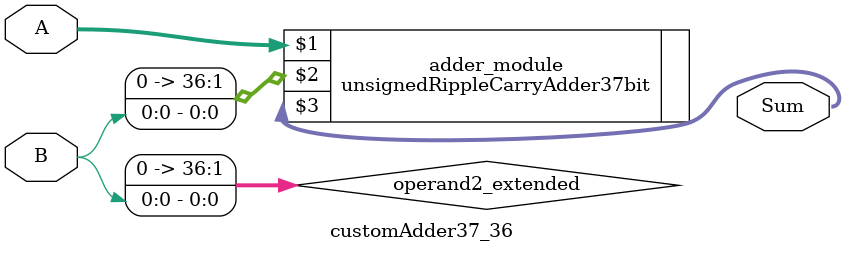
<source format=v>
module customAdder37_36(
                        input [36 : 0] A,
                        input [0 : 0] B,
                        
                        output [37 : 0] Sum
                );

        wire [36 : 0] operand2_extended;
        
        assign operand2_extended =  {36'b0, B};
        
        unsignedRippleCarryAdder37bit adder_module(
            A,
            operand2_extended,
            Sum
        );
        
        endmodule
        
</source>
